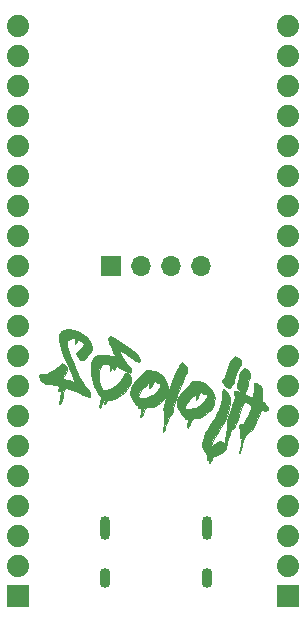
<source format=gbr>
G04 #@! TF.GenerationSoftware,KiCad,Pcbnew,5.1.5+dfsg1-2build2*
G04 #@! TF.CreationDate,2020-09-11T18:15:35+01:00*
G04 #@! TF.ProjectId,lhc_tijolo32_board,6c68635f-7469-46a6-9f6c-6f33325f626f,rev?*
G04 #@! TF.SameCoordinates,Original*
G04 #@! TF.FileFunction,Copper,L2,Bot*
G04 #@! TF.FilePolarity,Positive*
%FSLAX46Y46*%
G04 Gerber Fmt 4.6, Leading zero omitted, Abs format (unit mm)*
G04 Created by KiCad (PCBNEW 5.1.5+dfsg1-2build2) date 2020-09-11 18:15:35*
%MOMM*%
%LPD*%
G04 APERTURE LIST*
%ADD10C,0.010000*%
%ADD11R,1.879600X1.879600*%
%ADD12C,1.879600*%
%ADD13O,0.900000X2.000000*%
%ADD14O,0.900000X1.700000*%
%ADD15R,1.700000X1.700000*%
%ADD16O,1.700000X1.700000*%
G04 APERTURE END LIST*
D10*
G36*
X130277939Y-98103968D02*
G01*
X130158958Y-98200128D01*
X130036635Y-98333870D01*
X129932781Y-98483491D01*
X129908712Y-98527785D01*
X129865077Y-98634144D01*
X129805333Y-98806625D01*
X129737200Y-99021777D01*
X129668401Y-99256150D01*
X129665435Y-99266694D01*
X129591054Y-99520758D01*
X129529739Y-99700667D01*
X129474488Y-99822663D01*
X129418297Y-99902986D01*
X129373298Y-99944152D01*
X129282548Y-100036676D01*
X129268577Y-100130627D01*
X129273521Y-100151970D01*
X129366557Y-100355130D01*
X129515399Y-100541188D01*
X129659227Y-100653522D01*
X129776018Y-100718395D01*
X129847082Y-100738803D01*
X129910889Y-100717122D01*
X129979226Y-100673275D01*
X130048471Y-100614958D01*
X130109455Y-100530501D01*
X130168039Y-100405995D01*
X130230084Y-100227529D01*
X130301453Y-99981191D01*
X130354297Y-99783140D01*
X130435354Y-99500085D01*
X130516055Y-99282394D01*
X130607265Y-99103677D01*
X130679931Y-98992226D01*
X130775748Y-98842036D01*
X130843665Y-98707843D01*
X130868616Y-98620901D01*
X130832814Y-98474910D01*
X130740421Y-98321606D01*
X130613953Y-98186089D01*
X130475927Y-98093456D01*
X130371762Y-98067091D01*
X130277939Y-98103968D01*
G37*
X130277939Y-98103968D02*
X130158958Y-98200128D01*
X130036635Y-98333870D01*
X129932781Y-98483491D01*
X129908712Y-98527785D01*
X129865077Y-98634144D01*
X129805333Y-98806625D01*
X129737200Y-99021777D01*
X129668401Y-99256150D01*
X129665435Y-99266694D01*
X129591054Y-99520758D01*
X129529739Y-99700667D01*
X129474488Y-99822663D01*
X129418297Y-99902986D01*
X129373298Y-99944152D01*
X129282548Y-100036676D01*
X129268577Y-100130627D01*
X129273521Y-100151970D01*
X129366557Y-100355130D01*
X129515399Y-100541188D01*
X129659227Y-100653522D01*
X129776018Y-100718395D01*
X129847082Y-100738803D01*
X129910889Y-100717122D01*
X129979226Y-100673275D01*
X130048471Y-100614958D01*
X130109455Y-100530501D01*
X130168039Y-100405995D01*
X130230084Y-100227529D01*
X130301453Y-99981191D01*
X130354297Y-99783140D01*
X130435354Y-99500085D01*
X130516055Y-99282394D01*
X130607265Y-99103677D01*
X130679931Y-98992226D01*
X130775748Y-98842036D01*
X130843665Y-98707843D01*
X130868616Y-98620901D01*
X130832814Y-98474910D01*
X130740421Y-98321606D01*
X130613953Y-98186089D01*
X130475927Y-98093456D01*
X130371762Y-98067091D01*
X130277939Y-98103968D01*
G36*
X115851223Y-95822564D02*
G01*
X115661098Y-95933458D01*
X115623288Y-95970990D01*
X115544556Y-96106405D01*
X115486288Y-96296910D01*
X115456598Y-96505971D01*
X115462931Y-96692893D01*
X115534080Y-97027366D01*
X115653090Y-97435775D01*
X115817986Y-97912615D01*
X116026795Y-98452382D01*
X116277539Y-99049569D01*
X116441619Y-99420549D01*
X116554835Y-99675883D01*
X116651598Y-99901256D01*
X116726439Y-100083321D01*
X116773887Y-100208735D01*
X116788472Y-100264153D01*
X116787884Y-100265359D01*
X116739235Y-100255952D01*
X116622349Y-100219568D01*
X116459406Y-100164211D01*
X116272585Y-100097884D01*
X116084065Y-100028589D01*
X115916025Y-99964330D01*
X115790645Y-99913109D01*
X115732019Y-99884368D01*
X115750230Y-99845708D01*
X115817366Y-99761393D01*
X115872457Y-99699910D01*
X116048046Y-99471759D01*
X116130099Y-99261604D01*
X116119031Y-99062133D01*
X116015261Y-98866034D01*
X115925783Y-98763958D01*
X115825403Y-98680537D01*
X115730755Y-98652846D01*
X115626651Y-98685878D01*
X115497899Y-98784626D01*
X115329312Y-98954084D01*
X115321252Y-98962696D01*
X115023846Y-99232673D01*
X114714661Y-99421518D01*
X114401562Y-99525159D01*
X114197024Y-99544909D01*
X113989921Y-99550943D01*
X113862169Y-99574422D01*
X113795934Y-99623408D01*
X113773379Y-99705968D01*
X113772462Y-99736871D01*
X113819351Y-99947083D01*
X113953189Y-100148646D01*
X114067532Y-100255227D01*
X114192805Y-100334547D01*
X114333468Y-100370124D01*
X114472267Y-100376440D01*
X114659190Y-100385321D01*
X114836845Y-100407437D01*
X114895924Y-100419665D01*
X115060114Y-100460613D01*
X115242521Y-100505674D01*
X115270815Y-100512618D01*
X115396863Y-100547520D01*
X115448505Y-100585938D01*
X115446187Y-100653492D01*
X115429565Y-100711542D01*
X115394358Y-100881714D01*
X115402332Y-100990275D01*
X115443182Y-101029966D01*
X115506604Y-100993532D01*
X115582295Y-100873714D01*
X115600933Y-100832236D01*
X115652560Y-100721933D01*
X115690204Y-100662542D01*
X115699055Y-100659054D01*
X115696956Y-100708401D01*
X115678210Y-100829751D01*
X115645981Y-101004658D01*
X115604954Y-101207455D01*
X115539333Y-101527195D01*
X115494342Y-101767039D01*
X115468890Y-101937140D01*
X115461892Y-102047655D01*
X115472258Y-102108740D01*
X115498900Y-102130549D01*
X115505997Y-102131091D01*
X115544722Y-102086107D01*
X115599146Y-101953200D01*
X115668196Y-101735442D01*
X115750800Y-101435901D01*
X115756178Y-101415341D01*
X115827056Y-101147085D01*
X115880757Y-100956471D01*
X115922397Y-100831211D01*
X115957094Y-100759020D01*
X115989964Y-100727614D01*
X116026125Y-100724706D01*
X116042195Y-100728634D01*
X116152799Y-100766827D01*
X116329966Y-100834478D01*
X116552464Y-100922832D01*
X116799061Y-101023134D01*
X117048527Y-101126626D01*
X117279628Y-101224554D01*
X117471134Y-101308162D01*
X117601812Y-101368694D01*
X117631610Y-101384102D01*
X117811335Y-101463750D01*
X117963961Y-101494705D01*
X118070625Y-101475466D01*
X118110343Y-101422206D01*
X118112864Y-101251072D01*
X118043733Y-101066776D01*
X117897264Y-100857158D01*
X117788224Y-100733659D01*
X117588805Y-100490226D01*
X117387063Y-100182633D01*
X117178702Y-99803343D01*
X116959426Y-99344820D01*
X116834273Y-99060000D01*
X116689331Y-98710635D01*
X116550395Y-98355413D01*
X116422755Y-98009610D01*
X116311700Y-97688501D01*
X116222521Y-97407363D01*
X116160507Y-97181470D01*
X116131373Y-97030157D01*
X116120094Y-96880140D01*
X116134605Y-96786107D01*
X116185285Y-96712836D01*
X116239869Y-96661998D01*
X116414564Y-96561809D01*
X116535407Y-96543091D01*
X116701734Y-96551624D01*
X116790119Y-96589576D01*
X116819634Y-96675483D01*
X116811366Y-96811286D01*
X116799423Y-96938618D01*
X116807529Y-96990728D01*
X116840833Y-96983675D01*
X116861736Y-96968379D01*
X116933539Y-96877256D01*
X116968023Y-96795197D01*
X117009676Y-96709537D01*
X117052946Y-96681637D01*
X117145966Y-96704485D01*
X117276824Y-96761111D01*
X117411617Y-96833630D01*
X117516444Y-96904161D01*
X117555853Y-96946903D01*
X117543938Y-97040154D01*
X117455407Y-97174946D01*
X117296073Y-97343246D01*
X117216041Y-97416194D01*
X117050277Y-97572503D01*
X116954595Y-97694451D01*
X116919131Y-97800760D01*
X116934021Y-97910153D01*
X116942592Y-97935190D01*
X117009740Y-98071161D01*
X117104612Y-98215048D01*
X117121110Y-98236162D01*
X117231152Y-98346905D01*
X117340774Y-98393013D01*
X117463116Y-98371588D01*
X117611318Y-98279735D01*
X117798520Y-98114555D01*
X117835512Y-98078637D01*
X118000397Y-97909031D01*
X118107742Y-97774650D01*
X118174460Y-97650921D01*
X118213449Y-97529557D01*
X118242197Y-97286098D01*
X118197955Y-97045081D01*
X118075805Y-96785877D01*
X118012094Y-96684562D01*
X117816269Y-96447529D01*
X117569971Y-96238697D01*
X117287826Y-96062434D01*
X116984456Y-95923110D01*
X116674486Y-95825092D01*
X116372541Y-95772749D01*
X116093245Y-95770450D01*
X115851223Y-95822564D01*
G37*
X115851223Y-95822564D02*
X115661098Y-95933458D01*
X115623288Y-95970990D01*
X115544556Y-96106405D01*
X115486288Y-96296910D01*
X115456598Y-96505971D01*
X115462931Y-96692893D01*
X115534080Y-97027366D01*
X115653090Y-97435775D01*
X115817986Y-97912615D01*
X116026795Y-98452382D01*
X116277539Y-99049569D01*
X116441619Y-99420549D01*
X116554835Y-99675883D01*
X116651598Y-99901256D01*
X116726439Y-100083321D01*
X116773887Y-100208735D01*
X116788472Y-100264153D01*
X116787884Y-100265359D01*
X116739235Y-100255952D01*
X116622349Y-100219568D01*
X116459406Y-100164211D01*
X116272585Y-100097884D01*
X116084065Y-100028589D01*
X115916025Y-99964330D01*
X115790645Y-99913109D01*
X115732019Y-99884368D01*
X115750230Y-99845708D01*
X115817366Y-99761393D01*
X115872457Y-99699910D01*
X116048046Y-99471759D01*
X116130099Y-99261604D01*
X116119031Y-99062133D01*
X116015261Y-98866034D01*
X115925783Y-98763958D01*
X115825403Y-98680537D01*
X115730755Y-98652846D01*
X115626651Y-98685878D01*
X115497899Y-98784626D01*
X115329312Y-98954084D01*
X115321252Y-98962696D01*
X115023846Y-99232673D01*
X114714661Y-99421518D01*
X114401562Y-99525159D01*
X114197024Y-99544909D01*
X113989921Y-99550943D01*
X113862169Y-99574422D01*
X113795934Y-99623408D01*
X113773379Y-99705968D01*
X113772462Y-99736871D01*
X113819351Y-99947083D01*
X113953189Y-100148646D01*
X114067532Y-100255227D01*
X114192805Y-100334547D01*
X114333468Y-100370124D01*
X114472267Y-100376440D01*
X114659190Y-100385321D01*
X114836845Y-100407437D01*
X114895924Y-100419665D01*
X115060114Y-100460613D01*
X115242521Y-100505674D01*
X115270815Y-100512618D01*
X115396863Y-100547520D01*
X115448505Y-100585938D01*
X115446187Y-100653492D01*
X115429565Y-100711542D01*
X115394358Y-100881714D01*
X115402332Y-100990275D01*
X115443182Y-101029966D01*
X115506604Y-100993532D01*
X115582295Y-100873714D01*
X115600933Y-100832236D01*
X115652560Y-100721933D01*
X115690204Y-100662542D01*
X115699055Y-100659054D01*
X115696956Y-100708401D01*
X115678210Y-100829751D01*
X115645981Y-101004658D01*
X115604954Y-101207455D01*
X115539333Y-101527195D01*
X115494342Y-101767039D01*
X115468890Y-101937140D01*
X115461892Y-102047655D01*
X115472258Y-102108740D01*
X115498900Y-102130549D01*
X115505997Y-102131091D01*
X115544722Y-102086107D01*
X115599146Y-101953200D01*
X115668196Y-101735442D01*
X115750800Y-101435901D01*
X115756178Y-101415341D01*
X115827056Y-101147085D01*
X115880757Y-100956471D01*
X115922397Y-100831211D01*
X115957094Y-100759020D01*
X115989964Y-100727614D01*
X116026125Y-100724706D01*
X116042195Y-100728634D01*
X116152799Y-100766827D01*
X116329966Y-100834478D01*
X116552464Y-100922832D01*
X116799061Y-101023134D01*
X117048527Y-101126626D01*
X117279628Y-101224554D01*
X117471134Y-101308162D01*
X117601812Y-101368694D01*
X117631610Y-101384102D01*
X117811335Y-101463750D01*
X117963961Y-101494705D01*
X118070625Y-101475466D01*
X118110343Y-101422206D01*
X118112864Y-101251072D01*
X118043733Y-101066776D01*
X117897264Y-100857158D01*
X117788224Y-100733659D01*
X117588805Y-100490226D01*
X117387063Y-100182633D01*
X117178702Y-99803343D01*
X116959426Y-99344820D01*
X116834273Y-99060000D01*
X116689331Y-98710635D01*
X116550395Y-98355413D01*
X116422755Y-98009610D01*
X116311700Y-97688501D01*
X116222521Y-97407363D01*
X116160507Y-97181470D01*
X116131373Y-97030157D01*
X116120094Y-96880140D01*
X116134605Y-96786107D01*
X116185285Y-96712836D01*
X116239869Y-96661998D01*
X116414564Y-96561809D01*
X116535407Y-96543091D01*
X116701734Y-96551624D01*
X116790119Y-96589576D01*
X116819634Y-96675483D01*
X116811366Y-96811286D01*
X116799423Y-96938618D01*
X116807529Y-96990728D01*
X116840833Y-96983675D01*
X116861736Y-96968379D01*
X116933539Y-96877256D01*
X116968023Y-96795197D01*
X117009676Y-96709537D01*
X117052946Y-96681637D01*
X117145966Y-96704485D01*
X117276824Y-96761111D01*
X117411617Y-96833630D01*
X117516444Y-96904161D01*
X117555853Y-96946903D01*
X117543938Y-97040154D01*
X117455407Y-97174946D01*
X117296073Y-97343246D01*
X117216041Y-97416194D01*
X117050277Y-97572503D01*
X116954595Y-97694451D01*
X116919131Y-97800760D01*
X116934021Y-97910153D01*
X116942592Y-97935190D01*
X117009740Y-98071161D01*
X117104612Y-98215048D01*
X117121110Y-98236162D01*
X117231152Y-98346905D01*
X117340774Y-98393013D01*
X117463116Y-98371588D01*
X117611318Y-98279735D01*
X117798520Y-98114555D01*
X117835512Y-98078637D01*
X118000397Y-97909031D01*
X118107742Y-97774650D01*
X118174460Y-97650921D01*
X118213449Y-97529557D01*
X118242197Y-97286098D01*
X118197955Y-97045081D01*
X118075805Y-96785877D01*
X118012094Y-96684562D01*
X117816269Y-96447529D01*
X117569971Y-96238697D01*
X117287826Y-96062434D01*
X116984456Y-95923110D01*
X116674486Y-95825092D01*
X116372541Y-95772749D01*
X116093245Y-95770450D01*
X115851223Y-95822564D01*
G36*
X119649137Y-96394769D02*
G01*
X119606098Y-96470485D01*
X119594288Y-96526517D01*
X119593344Y-96585023D01*
X119607810Y-96659361D01*
X119642229Y-96762886D01*
X119701145Y-96908955D01*
X119789102Y-97110925D01*
X119910644Y-97382152D01*
X119933445Y-97432722D01*
X120033586Y-97655863D01*
X120118481Y-97847187D01*
X120181445Y-97991458D01*
X120215794Y-98073439D01*
X120220154Y-98086208D01*
X120176853Y-98084103D01*
X120062300Y-98062284D01*
X119899520Y-98025243D01*
X119866020Y-98017096D01*
X119540117Y-97955515D01*
X119224079Y-97929481D01*
X118940286Y-97938819D01*
X118711118Y-97983354D01*
X118609095Y-98026928D01*
X118445072Y-98138264D01*
X118328382Y-98265748D01*
X118244979Y-98432221D01*
X118180815Y-98660521D01*
X118161063Y-98755382D01*
X118140723Y-98974322D01*
X118148150Y-99254864D01*
X118180258Y-99570977D01*
X118233958Y-99896627D01*
X118306163Y-100205781D01*
X118350563Y-100353091D01*
X118430092Y-100559317D01*
X118534783Y-100783672D01*
X118652084Y-101003568D01*
X118769444Y-101196416D01*
X118874310Y-101339627D01*
X118929703Y-101395299D01*
X118978634Y-101455456D01*
X118994862Y-101545853D01*
X118978148Y-101684867D01*
X118928253Y-101890875D01*
X118923029Y-101910041D01*
X118882371Y-102090560D01*
X118862772Y-102247030D01*
X118863929Y-102363242D01*
X118885534Y-102422988D01*
X118927283Y-102410057D01*
X118932352Y-102404382D01*
X118975534Y-102330127D01*
X119037054Y-102196237D01*
X119104151Y-102030634D01*
X119109069Y-102017671D01*
X119192594Y-101820779D01*
X119260790Y-101702562D01*
X119307371Y-101663579D01*
X119326049Y-101704388D01*
X119310538Y-101825547D01*
X119262043Y-102004091D01*
X119260332Y-102074858D01*
X119304370Y-102088088D01*
X119371460Y-102052142D01*
X119438904Y-101975385D01*
X119463230Y-101929963D01*
X119515196Y-101835211D01*
X119584657Y-101783838D01*
X119704927Y-101756418D01*
X119775783Y-101747687D01*
X120119594Y-101668931D01*
X120455315Y-101508395D01*
X120790661Y-101261960D01*
X120938346Y-101126935D01*
X121211298Y-100829656D01*
X121411275Y-100539429D01*
X121535219Y-100264148D01*
X121580074Y-100011709D01*
X121542785Y-99790007D01*
X121492986Y-99694058D01*
X121376651Y-99564065D01*
X121242304Y-99479947D01*
X121117725Y-99457476D01*
X121088425Y-99464362D01*
X121034050Y-99515018D01*
X120954011Y-99625292D01*
X120865284Y-99771701D01*
X120862104Y-99777419D01*
X120672736Y-100070010D01*
X120450880Y-100332430D01*
X120208571Y-100556722D01*
X119957844Y-100734925D01*
X119710731Y-100859083D01*
X119479268Y-100921236D01*
X119275487Y-100913426D01*
X119191093Y-100882516D01*
X119101724Y-100795018D01*
X119014150Y-100634946D01*
X118934477Y-100422002D01*
X118868807Y-100175887D01*
X118823243Y-99916302D01*
X118803889Y-99662948D01*
X118803616Y-99631767D01*
X118827188Y-99294829D01*
X118899117Y-99037136D01*
X119021216Y-98856721D01*
X119195303Y-98751619D01*
X119423192Y-98719866D01*
X119625626Y-98742071D01*
X119711413Y-98764087D01*
X119758200Y-98805181D01*
X119780355Y-98890367D01*
X119791424Y-99030708D01*
X119806846Y-99290909D01*
X119918094Y-99071546D01*
X119984327Y-98948681D01*
X120034770Y-98869076D01*
X120052056Y-98852182D01*
X120059360Y-98892564D01*
X120050215Y-98993619D01*
X120043527Y-99036909D01*
X120035851Y-99170022D01*
X120065985Y-99219957D01*
X120125352Y-99184826D01*
X120200689Y-99071546D01*
X120257026Y-98969302D01*
X120291950Y-98910507D01*
X120294630Y-98906945D01*
X120341906Y-98918535D01*
X120450676Y-98965237D01*
X120598070Y-99035583D01*
X120761222Y-99118106D01*
X120917262Y-99201341D01*
X121043324Y-99273820D01*
X121099385Y-99310478D01*
X121239418Y-99385089D01*
X121380250Y-99429575D01*
X121485159Y-99444088D01*
X121529252Y-99417405D01*
X121538887Y-99326731D01*
X121539000Y-99292285D01*
X121504107Y-99088522D01*
X121394097Y-98879048D01*
X121227699Y-98676241D01*
X121020943Y-98419039D01*
X120813923Y-98094635D01*
X120643954Y-97772874D01*
X120576777Y-97630862D01*
X120529605Y-97526021D01*
X120513231Y-97483008D01*
X120550047Y-97503193D01*
X120652216Y-97570768D01*
X120807322Y-97677225D01*
X121002950Y-97814057D01*
X121196832Y-97951462D01*
X121492862Y-98159619D01*
X121723608Y-98314535D01*
X121899132Y-98421764D01*
X122029491Y-98486861D01*
X122124746Y-98515380D01*
X122194956Y-98512876D01*
X122206847Y-98509153D01*
X122267233Y-98443910D01*
X122273346Y-98326853D01*
X122231973Y-98178270D01*
X122149902Y-98018444D01*
X122033920Y-97867663D01*
X121972229Y-97807954D01*
X121882727Y-97737268D01*
X121728624Y-97623371D01*
X121524834Y-97476708D01*
X121286274Y-97307726D01*
X121027857Y-97126869D01*
X120764499Y-96944584D01*
X120511117Y-96771315D01*
X120282624Y-96617509D01*
X120113661Y-96506346D01*
X119911160Y-96397264D01*
X119754606Y-96359951D01*
X119649137Y-96394769D01*
G37*
X119649137Y-96394769D02*
X119606098Y-96470485D01*
X119594288Y-96526517D01*
X119593344Y-96585023D01*
X119607810Y-96659361D01*
X119642229Y-96762886D01*
X119701145Y-96908955D01*
X119789102Y-97110925D01*
X119910644Y-97382152D01*
X119933445Y-97432722D01*
X120033586Y-97655863D01*
X120118481Y-97847187D01*
X120181445Y-97991458D01*
X120215794Y-98073439D01*
X120220154Y-98086208D01*
X120176853Y-98084103D01*
X120062300Y-98062284D01*
X119899520Y-98025243D01*
X119866020Y-98017096D01*
X119540117Y-97955515D01*
X119224079Y-97929481D01*
X118940286Y-97938819D01*
X118711118Y-97983354D01*
X118609095Y-98026928D01*
X118445072Y-98138264D01*
X118328382Y-98265748D01*
X118244979Y-98432221D01*
X118180815Y-98660521D01*
X118161063Y-98755382D01*
X118140723Y-98974322D01*
X118148150Y-99254864D01*
X118180258Y-99570977D01*
X118233958Y-99896627D01*
X118306163Y-100205781D01*
X118350563Y-100353091D01*
X118430092Y-100559317D01*
X118534783Y-100783672D01*
X118652084Y-101003568D01*
X118769444Y-101196416D01*
X118874310Y-101339627D01*
X118929703Y-101395299D01*
X118978634Y-101455456D01*
X118994862Y-101545853D01*
X118978148Y-101684867D01*
X118928253Y-101890875D01*
X118923029Y-101910041D01*
X118882371Y-102090560D01*
X118862772Y-102247030D01*
X118863929Y-102363242D01*
X118885534Y-102422988D01*
X118927283Y-102410057D01*
X118932352Y-102404382D01*
X118975534Y-102330127D01*
X119037054Y-102196237D01*
X119104151Y-102030634D01*
X119109069Y-102017671D01*
X119192594Y-101820779D01*
X119260790Y-101702562D01*
X119307371Y-101663579D01*
X119326049Y-101704388D01*
X119310538Y-101825547D01*
X119262043Y-102004091D01*
X119260332Y-102074858D01*
X119304370Y-102088088D01*
X119371460Y-102052142D01*
X119438904Y-101975385D01*
X119463230Y-101929963D01*
X119515196Y-101835211D01*
X119584657Y-101783838D01*
X119704927Y-101756418D01*
X119775783Y-101747687D01*
X120119594Y-101668931D01*
X120455315Y-101508395D01*
X120790661Y-101261960D01*
X120938346Y-101126935D01*
X121211298Y-100829656D01*
X121411275Y-100539429D01*
X121535219Y-100264148D01*
X121580074Y-100011709D01*
X121542785Y-99790007D01*
X121492986Y-99694058D01*
X121376651Y-99564065D01*
X121242304Y-99479947D01*
X121117725Y-99457476D01*
X121088425Y-99464362D01*
X121034050Y-99515018D01*
X120954011Y-99625292D01*
X120865284Y-99771701D01*
X120862104Y-99777419D01*
X120672736Y-100070010D01*
X120450880Y-100332430D01*
X120208571Y-100556722D01*
X119957844Y-100734925D01*
X119710731Y-100859083D01*
X119479268Y-100921236D01*
X119275487Y-100913426D01*
X119191093Y-100882516D01*
X119101724Y-100795018D01*
X119014150Y-100634946D01*
X118934477Y-100422002D01*
X118868807Y-100175887D01*
X118823243Y-99916302D01*
X118803889Y-99662948D01*
X118803616Y-99631767D01*
X118827188Y-99294829D01*
X118899117Y-99037136D01*
X119021216Y-98856721D01*
X119195303Y-98751619D01*
X119423192Y-98719866D01*
X119625626Y-98742071D01*
X119711413Y-98764087D01*
X119758200Y-98805181D01*
X119780355Y-98890367D01*
X119791424Y-99030708D01*
X119806846Y-99290909D01*
X119918094Y-99071546D01*
X119984327Y-98948681D01*
X120034770Y-98869076D01*
X120052056Y-98852182D01*
X120059360Y-98892564D01*
X120050215Y-98993619D01*
X120043527Y-99036909D01*
X120035851Y-99170022D01*
X120065985Y-99219957D01*
X120125352Y-99184826D01*
X120200689Y-99071546D01*
X120257026Y-98969302D01*
X120291950Y-98910507D01*
X120294630Y-98906945D01*
X120341906Y-98918535D01*
X120450676Y-98965237D01*
X120598070Y-99035583D01*
X120761222Y-99118106D01*
X120917262Y-99201341D01*
X121043324Y-99273820D01*
X121099385Y-99310478D01*
X121239418Y-99385089D01*
X121380250Y-99429575D01*
X121485159Y-99444088D01*
X121529252Y-99417405D01*
X121538887Y-99326731D01*
X121539000Y-99292285D01*
X121504107Y-99088522D01*
X121394097Y-98879048D01*
X121227699Y-98676241D01*
X121020943Y-98419039D01*
X120813923Y-98094635D01*
X120643954Y-97772874D01*
X120576777Y-97630862D01*
X120529605Y-97526021D01*
X120513231Y-97483008D01*
X120550047Y-97503193D01*
X120652216Y-97570768D01*
X120807322Y-97677225D01*
X121002950Y-97814057D01*
X121196832Y-97951462D01*
X121492862Y-98159619D01*
X121723608Y-98314535D01*
X121899132Y-98421764D01*
X122029491Y-98486861D01*
X122124746Y-98515380D01*
X122194956Y-98512876D01*
X122206847Y-98509153D01*
X122267233Y-98443910D01*
X122273346Y-98326853D01*
X122231973Y-98178270D01*
X122149902Y-98018444D01*
X122033920Y-97867663D01*
X121972229Y-97807954D01*
X121882727Y-97737268D01*
X121728624Y-97623371D01*
X121524834Y-97476708D01*
X121286274Y-97307726D01*
X121027857Y-97126869D01*
X120764499Y-96944584D01*
X120511117Y-96771315D01*
X120282624Y-96617509D01*
X120113661Y-96506346D01*
X119911160Y-96397264D01*
X119754606Y-96359951D01*
X119649137Y-96394769D01*
G36*
X126795414Y-100184472D02*
G01*
X126648844Y-100268891D01*
X126553553Y-100389340D01*
X126453441Y-100519803D01*
X126324191Y-100639245D01*
X126311344Y-100648631D01*
X126165110Y-100772119D01*
X125992285Y-100947639D01*
X125816995Y-101148284D01*
X125663367Y-101347143D01*
X125597817Y-101444458D01*
X125518791Y-101609573D01*
X125472845Y-101812987D01*
X125457416Y-101968573D01*
X125449894Y-102164208D01*
X125463741Y-102308655D01*
X125505799Y-102442063D01*
X125557047Y-102553124D01*
X125665365Y-102734789D01*
X125804854Y-102921762D01*
X125880621Y-103006697D01*
X125988404Y-103130074D01*
X126061380Y-103238425D01*
X126081693Y-103295334D01*
X126116767Y-103362448D01*
X126190892Y-103375263D01*
X126252654Y-103331818D01*
X126320064Y-103287318D01*
X126335116Y-103285637D01*
X126356648Y-103327683D01*
X126361592Y-103440385D01*
X126351191Y-103603584D01*
X126326689Y-103797126D01*
X126291658Y-103989909D01*
X126291577Y-104089195D01*
X126337065Y-104115032D01*
X126411911Y-104059182D01*
X126450135Y-103988795D01*
X126505161Y-103857023D01*
X126565770Y-103690962D01*
X126572084Y-103672395D01*
X126683153Y-103343334D01*
X126973739Y-103318422D01*
X127322533Y-103246955D01*
X127675019Y-103098370D01*
X128007449Y-102884193D01*
X128186720Y-102729653D01*
X128336000Y-102577192D01*
X128431840Y-102449372D01*
X128495804Y-102311653D01*
X128540855Y-102162373D01*
X128607172Y-101846763D01*
X128618901Y-101581360D01*
X128574101Y-101338567D01*
X128562397Y-101310484D01*
X127986420Y-101310484D01*
X127941446Y-101548072D01*
X127817159Y-101792981D01*
X127627735Y-102025735D01*
X127387354Y-102226863D01*
X127263479Y-102303449D01*
X127052097Y-102397828D01*
X126815342Y-102467536D01*
X126577361Y-102509330D01*
X126362299Y-102519964D01*
X126194302Y-102496196D01*
X126117686Y-102457393D01*
X126104302Y-102388695D01*
X126139572Y-102266270D01*
X126214628Y-102111042D01*
X126320598Y-101943935D01*
X126355216Y-101897063D01*
X126444728Y-101791424D01*
X126566741Y-101661874D01*
X126702959Y-101526018D01*
X126835084Y-101401462D01*
X126944819Y-101305813D01*
X127013868Y-101256676D01*
X127023907Y-101253637D01*
X127030172Y-101295287D01*
X127027379Y-101402985D01*
X127019432Y-101513555D01*
X127016081Y-101675382D01*
X127039403Y-101750911D01*
X127085402Y-101741542D01*
X127150083Y-101648670D01*
X127229452Y-101473693D01*
X127244516Y-101434833D01*
X127307295Y-101279127D01*
X127362827Y-101158118D01*
X127398490Y-101098825D01*
X127460174Y-101097901D01*
X127560923Y-101145153D01*
X127587219Y-101162491D01*
X127733621Y-101235599D01*
X127860649Y-101235605D01*
X127952769Y-101225379D01*
X127984265Y-101268975D01*
X127986420Y-101310484D01*
X128562397Y-101310484D01*
X128470834Y-101090788D01*
X128464728Y-101078975D01*
X128278972Y-100788451D01*
X128053858Y-100543299D01*
X127806648Y-100359467D01*
X127576970Y-100258896D01*
X127249152Y-100180790D01*
X126992075Y-100155543D01*
X126795414Y-100184472D01*
G37*
X126795414Y-100184472D02*
X126648844Y-100268891D01*
X126553553Y-100389340D01*
X126453441Y-100519803D01*
X126324191Y-100639245D01*
X126311344Y-100648631D01*
X126165110Y-100772119D01*
X125992285Y-100947639D01*
X125816995Y-101148284D01*
X125663367Y-101347143D01*
X125597817Y-101444458D01*
X125518791Y-101609573D01*
X125472845Y-101812987D01*
X125457416Y-101968573D01*
X125449894Y-102164208D01*
X125463741Y-102308655D01*
X125505799Y-102442063D01*
X125557047Y-102553124D01*
X125665365Y-102734789D01*
X125804854Y-102921762D01*
X125880621Y-103006697D01*
X125988404Y-103130074D01*
X126061380Y-103238425D01*
X126081693Y-103295334D01*
X126116767Y-103362448D01*
X126190892Y-103375263D01*
X126252654Y-103331818D01*
X126320064Y-103287318D01*
X126335116Y-103285637D01*
X126356648Y-103327683D01*
X126361592Y-103440385D01*
X126351191Y-103603584D01*
X126326689Y-103797126D01*
X126291658Y-103989909D01*
X126291577Y-104089195D01*
X126337065Y-104115032D01*
X126411911Y-104059182D01*
X126450135Y-103988795D01*
X126505161Y-103857023D01*
X126565770Y-103690962D01*
X126572084Y-103672395D01*
X126683153Y-103343334D01*
X126973739Y-103318422D01*
X127322533Y-103246955D01*
X127675019Y-103098370D01*
X128007449Y-102884193D01*
X128186720Y-102729653D01*
X128336000Y-102577192D01*
X128431840Y-102449372D01*
X128495804Y-102311653D01*
X128540855Y-102162373D01*
X128607172Y-101846763D01*
X128618901Y-101581360D01*
X128574101Y-101338567D01*
X128562397Y-101310484D01*
X127986420Y-101310484D01*
X127941446Y-101548072D01*
X127817159Y-101792981D01*
X127627735Y-102025735D01*
X127387354Y-102226863D01*
X127263479Y-102303449D01*
X127052097Y-102397828D01*
X126815342Y-102467536D01*
X126577361Y-102509330D01*
X126362299Y-102519964D01*
X126194302Y-102496196D01*
X126117686Y-102457393D01*
X126104302Y-102388695D01*
X126139572Y-102266270D01*
X126214628Y-102111042D01*
X126320598Y-101943935D01*
X126355216Y-101897063D01*
X126444728Y-101791424D01*
X126566741Y-101661874D01*
X126702959Y-101526018D01*
X126835084Y-101401462D01*
X126944819Y-101305813D01*
X127013868Y-101256676D01*
X127023907Y-101253637D01*
X127030172Y-101295287D01*
X127027379Y-101402985D01*
X127019432Y-101513555D01*
X127016081Y-101675382D01*
X127039403Y-101750911D01*
X127085402Y-101741542D01*
X127150083Y-101648670D01*
X127229452Y-101473693D01*
X127244516Y-101434833D01*
X127307295Y-101279127D01*
X127362827Y-101158118D01*
X127398490Y-101098825D01*
X127460174Y-101097901D01*
X127560923Y-101145153D01*
X127587219Y-101162491D01*
X127733621Y-101235599D01*
X127860649Y-101235605D01*
X127952769Y-101225379D01*
X127984265Y-101268975D01*
X127986420Y-101310484D01*
X128562397Y-101310484D01*
X128470834Y-101090788D01*
X128464728Y-101078975D01*
X128278972Y-100788451D01*
X128053858Y-100543299D01*
X127806648Y-100359467D01*
X127576970Y-100258896D01*
X127249152Y-100180790D01*
X126992075Y-100155543D01*
X126795414Y-100184472D01*
G36*
X125804908Y-98591914D02*
G01*
X125741602Y-98655428D01*
X125676753Y-98754801D01*
X125580789Y-98938725D01*
X125454907Y-99204588D01*
X125300307Y-99549774D01*
X125118187Y-99971671D01*
X124909744Y-100467665D01*
X124900781Y-100489236D01*
X124807696Y-100708854D01*
X124730946Y-100881140D01*
X124675451Y-100995805D01*
X124646132Y-101042556D01*
X124644620Y-101025147D01*
X124664144Y-100695425D01*
X124605883Y-100405812D01*
X124026438Y-100405812D01*
X123975965Y-100642281D01*
X123847417Y-100885468D01*
X123655996Y-101114635D01*
X123416903Y-101309049D01*
X123322085Y-101366539D01*
X123166271Y-101437228D01*
X122972350Y-101503565D01*
X122769663Y-101558023D01*
X122587552Y-101593074D01*
X122455359Y-101601190D01*
X122426448Y-101596314D01*
X122325362Y-101577392D01*
X122304332Y-101576202D01*
X122191925Y-101545421D01*
X122155322Y-101457246D01*
X122194348Y-101312343D01*
X122308827Y-101111375D01*
X122493715Y-100861091D01*
X122638278Y-100691983D01*
X122786096Y-100538978D01*
X122920135Y-100417900D01*
X123023358Y-100344568D01*
X123065550Y-100330000D01*
X123074648Y-100371442D01*
X123079510Y-100476864D01*
X123079740Y-100549364D01*
X123087879Y-100681268D01*
X123110910Y-100768151D01*
X123126500Y-100785113D01*
X123166283Y-100753696D01*
X123223795Y-100655583D01*
X123286649Y-100511944D01*
X123287185Y-100510551D01*
X123380434Y-100289997D01*
X123456046Y-100159215D01*
X123513769Y-100118584D01*
X123537381Y-100134218D01*
X123643168Y-100226975D01*
X123782777Y-100289671D01*
X123910114Y-100302101D01*
X123917019Y-100300652D01*
X123997381Y-100293555D01*
X124025184Y-100341663D01*
X124026438Y-100405812D01*
X124605883Y-100405812D01*
X124596293Y-100358144D01*
X124447589Y-100031239D01*
X124224554Y-99732646D01*
X124145499Y-99652576D01*
X123955697Y-99490534D01*
X123770629Y-99381320D01*
X123551940Y-99305801D01*
X123367516Y-99264530D01*
X123068322Y-99228706D01*
X122842830Y-99252706D01*
X122690159Y-99336698D01*
X122639435Y-99403812D01*
X122561539Y-99508409D01*
X122439118Y-99635143D01*
X122350377Y-99713468D01*
X122159823Y-99887160D01*
X121961753Y-100096594D01*
X121781084Y-100313177D01*
X121642736Y-100508318D01*
X121611830Y-100560909D01*
X121559415Y-100701223D01*
X121518511Y-100894446D01*
X121500627Y-101052215D01*
X121493550Y-101248433D01*
X121509266Y-101395210D01*
X121554856Y-101534261D01*
X121598592Y-101629487D01*
X121707922Y-101810888D01*
X121849703Y-101992500D01*
X121922166Y-102067931D01*
X122033031Y-102188144D01*
X122106761Y-102298712D01*
X122125154Y-102356567D01*
X122156101Y-102437285D01*
X122231798Y-102448025D01*
X122309956Y-102399715D01*
X122369709Y-102363923D01*
X122402031Y-102399673D01*
X122407866Y-102512382D01*
X122388158Y-102707467D01*
X122377098Y-102784928D01*
X122354292Y-102961892D01*
X122343148Y-103101573D01*
X122345284Y-103180698D01*
X122348993Y-103189387D01*
X122397486Y-103182107D01*
X122463134Y-103096319D01*
X122539384Y-102943116D01*
X122619681Y-102733592D01*
X122621586Y-102728014D01*
X122726569Y-102419832D01*
X123024227Y-102391107D01*
X123387564Y-102312872D01*
X123750427Y-102153386D01*
X124093696Y-101922063D01*
X124243207Y-101790840D01*
X124368207Y-101678095D01*
X124458771Y-101608967D01*
X124501444Y-101593121D01*
X124501720Y-101605097D01*
X124477918Y-101687557D01*
X124437902Y-101833900D01*
X124388690Y-102018293D01*
X124366150Y-102103995D01*
X124314722Y-102313304D01*
X124289265Y-102461817D01*
X124287532Y-102577162D01*
X124307273Y-102686971D01*
X124316060Y-102719489D01*
X124348214Y-102930068D01*
X124347488Y-103205637D01*
X124340823Y-103296422D01*
X124327876Y-103496594D01*
X124332398Y-103610174D01*
X124354621Y-103641484D01*
X124359369Y-103639426D01*
X124372582Y-103665517D01*
X124361429Y-103762432D01*
X124328361Y-103912178D01*
X124315510Y-103961123D01*
X124271307Y-104146367D01*
X124242403Y-104311415D01*
X124234236Y-104424264D01*
X124235080Y-104434261D01*
X124247434Y-104497649D01*
X124268478Y-104495859D01*
X124308459Y-104420517D01*
X124340867Y-104347818D01*
X124394658Y-104214487D01*
X124466294Y-104022819D01*
X124544776Y-103802727D01*
X124593544Y-103660684D01*
X124681174Y-103417622D01*
X124759950Y-103242251D01*
X124841696Y-103111991D01*
X124936313Y-103006121D01*
X125045705Y-102889202D01*
X125098400Y-102789302D01*
X125113006Y-102664600D01*
X125112617Y-102609837D01*
X125123453Y-102419371D01*
X125164974Y-102189221D01*
X125239663Y-101911518D01*
X125350005Y-101578390D01*
X125411098Y-101415273D01*
X124567462Y-101415273D01*
X124543039Y-101438364D01*
X124518616Y-101415273D01*
X124543039Y-101392182D01*
X124567462Y-101415273D01*
X125411098Y-101415273D01*
X125471638Y-101253637D01*
X124616308Y-101253637D01*
X124598436Y-101291649D01*
X124583744Y-101284424D01*
X124577898Y-101229617D01*
X124583744Y-101222849D01*
X124612783Y-101229188D01*
X124616308Y-101253637D01*
X125471638Y-101253637D01*
X125498482Y-101181968D01*
X125687579Y-100714381D01*
X125781084Y-100491637D01*
X125936891Y-100129582D01*
X126062431Y-99850879D01*
X126159584Y-99651657D01*
X126230232Y-99528050D01*
X126274475Y-99477157D01*
X126306359Y-99415973D01*
X126323899Y-99299277D01*
X126325120Y-99253547D01*
X126288958Y-99048441D01*
X126194615Y-98848772D01*
X126060858Y-98687702D01*
X125968092Y-98622654D01*
X125868321Y-98579342D01*
X125804908Y-98591914D01*
G37*
X125804908Y-98591914D02*
X125741602Y-98655428D01*
X125676753Y-98754801D01*
X125580789Y-98938725D01*
X125454907Y-99204588D01*
X125300307Y-99549774D01*
X125118187Y-99971671D01*
X124909744Y-100467665D01*
X124900781Y-100489236D01*
X124807696Y-100708854D01*
X124730946Y-100881140D01*
X124675451Y-100995805D01*
X124646132Y-101042556D01*
X124644620Y-101025147D01*
X124664144Y-100695425D01*
X124605883Y-100405812D01*
X124026438Y-100405812D01*
X123975965Y-100642281D01*
X123847417Y-100885468D01*
X123655996Y-101114635D01*
X123416903Y-101309049D01*
X123322085Y-101366539D01*
X123166271Y-101437228D01*
X122972350Y-101503565D01*
X122769663Y-101558023D01*
X122587552Y-101593074D01*
X122455359Y-101601190D01*
X122426448Y-101596314D01*
X122325362Y-101577392D01*
X122304332Y-101576202D01*
X122191925Y-101545421D01*
X122155322Y-101457246D01*
X122194348Y-101312343D01*
X122308827Y-101111375D01*
X122493715Y-100861091D01*
X122638278Y-100691983D01*
X122786096Y-100538978D01*
X122920135Y-100417900D01*
X123023358Y-100344568D01*
X123065550Y-100330000D01*
X123074648Y-100371442D01*
X123079510Y-100476864D01*
X123079740Y-100549364D01*
X123087879Y-100681268D01*
X123110910Y-100768151D01*
X123126500Y-100785113D01*
X123166283Y-100753696D01*
X123223795Y-100655583D01*
X123286649Y-100511944D01*
X123287185Y-100510551D01*
X123380434Y-100289997D01*
X123456046Y-100159215D01*
X123513769Y-100118584D01*
X123537381Y-100134218D01*
X123643168Y-100226975D01*
X123782777Y-100289671D01*
X123910114Y-100302101D01*
X123917019Y-100300652D01*
X123997381Y-100293555D01*
X124025184Y-100341663D01*
X124026438Y-100405812D01*
X124605883Y-100405812D01*
X124596293Y-100358144D01*
X124447589Y-100031239D01*
X124224554Y-99732646D01*
X124145499Y-99652576D01*
X123955697Y-99490534D01*
X123770629Y-99381320D01*
X123551940Y-99305801D01*
X123367516Y-99264530D01*
X123068322Y-99228706D01*
X122842830Y-99252706D01*
X122690159Y-99336698D01*
X122639435Y-99403812D01*
X122561539Y-99508409D01*
X122439118Y-99635143D01*
X122350377Y-99713468D01*
X122159823Y-99887160D01*
X121961753Y-100096594D01*
X121781084Y-100313177D01*
X121642736Y-100508318D01*
X121611830Y-100560909D01*
X121559415Y-100701223D01*
X121518511Y-100894446D01*
X121500627Y-101052215D01*
X121493550Y-101248433D01*
X121509266Y-101395210D01*
X121554856Y-101534261D01*
X121598592Y-101629487D01*
X121707922Y-101810888D01*
X121849703Y-101992500D01*
X121922166Y-102067931D01*
X122033031Y-102188144D01*
X122106761Y-102298712D01*
X122125154Y-102356567D01*
X122156101Y-102437285D01*
X122231798Y-102448025D01*
X122309956Y-102399715D01*
X122369709Y-102363923D01*
X122402031Y-102399673D01*
X122407866Y-102512382D01*
X122388158Y-102707467D01*
X122377098Y-102784928D01*
X122354292Y-102961892D01*
X122343148Y-103101573D01*
X122345284Y-103180698D01*
X122348993Y-103189387D01*
X122397486Y-103182107D01*
X122463134Y-103096319D01*
X122539384Y-102943116D01*
X122619681Y-102733592D01*
X122621586Y-102728014D01*
X122726569Y-102419832D01*
X123024227Y-102391107D01*
X123387564Y-102312872D01*
X123750427Y-102153386D01*
X124093696Y-101922063D01*
X124243207Y-101790840D01*
X124368207Y-101678095D01*
X124458771Y-101608967D01*
X124501444Y-101593121D01*
X124501720Y-101605097D01*
X124477918Y-101687557D01*
X124437902Y-101833900D01*
X124388690Y-102018293D01*
X124366150Y-102103995D01*
X124314722Y-102313304D01*
X124289265Y-102461817D01*
X124287532Y-102577162D01*
X124307273Y-102686971D01*
X124316060Y-102719489D01*
X124348214Y-102930068D01*
X124347488Y-103205637D01*
X124340823Y-103296422D01*
X124327876Y-103496594D01*
X124332398Y-103610174D01*
X124354621Y-103641484D01*
X124359369Y-103639426D01*
X124372582Y-103665517D01*
X124361429Y-103762432D01*
X124328361Y-103912178D01*
X124315510Y-103961123D01*
X124271307Y-104146367D01*
X124242403Y-104311415D01*
X124234236Y-104424264D01*
X124235080Y-104434261D01*
X124247434Y-104497649D01*
X124268478Y-104495859D01*
X124308459Y-104420517D01*
X124340867Y-104347818D01*
X124394658Y-104214487D01*
X124466294Y-104022819D01*
X124544776Y-103802727D01*
X124593544Y-103660684D01*
X124681174Y-103417622D01*
X124759950Y-103242251D01*
X124841696Y-103111991D01*
X124936313Y-103006121D01*
X125045705Y-102889202D01*
X125098400Y-102789302D01*
X125113006Y-102664600D01*
X125112617Y-102609837D01*
X125123453Y-102419371D01*
X125164974Y-102189221D01*
X125239663Y-101911518D01*
X125350005Y-101578390D01*
X125411098Y-101415273D01*
X124567462Y-101415273D01*
X124543039Y-101438364D01*
X124518616Y-101415273D01*
X124543039Y-101392182D01*
X124567462Y-101415273D01*
X125411098Y-101415273D01*
X125471638Y-101253637D01*
X124616308Y-101253637D01*
X124598436Y-101291649D01*
X124583744Y-101284424D01*
X124577898Y-101229617D01*
X124583744Y-101222849D01*
X124612783Y-101229188D01*
X124616308Y-101253637D01*
X125471638Y-101253637D01*
X125498482Y-101181968D01*
X125687579Y-100714381D01*
X125781084Y-100491637D01*
X125936891Y-100129582D01*
X126062431Y-99850879D01*
X126159584Y-99651657D01*
X126230232Y-99528050D01*
X126274475Y-99477157D01*
X126306359Y-99415973D01*
X126323899Y-99299277D01*
X126325120Y-99253547D01*
X126288958Y-99048441D01*
X126194615Y-98848772D01*
X126060858Y-98687702D01*
X125968092Y-98622654D01*
X125868321Y-98579342D01*
X125804908Y-98591914D01*
G36*
X130987639Y-99118435D02*
G01*
X130937267Y-99187209D01*
X130872555Y-99326718D01*
X130799660Y-99517388D01*
X130724734Y-99739646D01*
X130653933Y-99973917D01*
X130593412Y-100200629D01*
X130549325Y-100400208D01*
X130527827Y-100553081D01*
X130526693Y-100584382D01*
X130552219Y-100721791D01*
X130639579Y-100859573D01*
X130698356Y-100925017D01*
X130870019Y-101104663D01*
X130686144Y-101042632D01*
X130502815Y-100991021D01*
X130383602Y-100986962D01*
X130308072Y-101031733D01*
X130283059Y-101067855D01*
X130258447Y-101166953D01*
X130293174Y-101298207D01*
X130303628Y-101322663D01*
X130332905Y-101398046D01*
X130345146Y-101470607D01*
X130337598Y-101560287D01*
X130307504Y-101687025D01*
X130252110Y-101870764D01*
X130209360Y-102004899D01*
X130116786Y-102281310D01*
X130006744Y-102591996D01*
X129896739Y-102888142D01*
X129845150Y-103020716D01*
X129737890Y-103310954D01*
X129675211Y-103535981D01*
X129654378Y-103711394D01*
X129672655Y-103852791D01*
X129690362Y-103903455D01*
X129695632Y-103980803D01*
X129683455Y-104127642D01*
X129656252Y-104323031D01*
X129616442Y-104546027D01*
X129615658Y-104550001D01*
X129571703Y-104787680D01*
X129535645Y-105012011D01*
X129511407Y-105196575D01*
X129502922Y-105308666D01*
X129500924Y-105507514D01*
X129391020Y-105394065D01*
X129257418Y-105294022D01*
X129118222Y-105249083D01*
X129001252Y-105265676D01*
X128963062Y-105295176D01*
X128897070Y-105348690D01*
X128778732Y-105427996D01*
X128634419Y-105517293D01*
X128490501Y-105600776D01*
X128373349Y-105662642D01*
X128309333Y-105687089D01*
X128309084Y-105687091D01*
X128287721Y-105649456D01*
X128313788Y-105542554D01*
X128382852Y-105375391D01*
X128490481Y-105156973D01*
X128632241Y-104896307D01*
X128803698Y-104602397D01*
X128996942Y-104289728D01*
X129316085Y-103755788D01*
X129563175Y-103270715D01*
X129741833Y-102824969D01*
X129855683Y-102409008D01*
X129908347Y-102013290D01*
X129913001Y-101877091D01*
X129909576Y-101672135D01*
X129889502Y-101520909D01*
X129844271Y-101385098D01*
X129770693Y-101236282D01*
X129677694Y-101083528D01*
X129581662Y-100958396D01*
X129514006Y-100896001D01*
X129423992Y-100853783D01*
X129357363Y-100860957D01*
X129309865Y-100926612D01*
X129277246Y-101059839D01*
X129255253Y-101269726D01*
X129243585Y-101473959D01*
X129226204Y-101748494D01*
X129199770Y-101960415D01*
X129159001Y-102139404D01*
X129098613Y-102315144D01*
X129089958Y-102337022D01*
X128975865Y-102592331D01*
X128817791Y-102902835D01*
X128627153Y-103247650D01*
X128415367Y-103605891D01*
X128263138Y-103849571D01*
X128035683Y-104230192D01*
X127847710Y-104596029D01*
X127703678Y-104935368D01*
X127608045Y-105236489D01*
X127565270Y-105487677D01*
X127574894Y-105658110D01*
X127632955Y-105829838D01*
X127725265Y-106022388D01*
X127829465Y-106192115D01*
X127882480Y-106258558D01*
X127942254Y-106387095D01*
X127962270Y-106599739D01*
X127962270Y-106600464D01*
X127973795Y-106766841D01*
X128003892Y-106855131D01*
X128045843Y-106861395D01*
X128092930Y-106781698D01*
X128120314Y-106693098D01*
X128146850Y-106593197D01*
X128159162Y-106565649D01*
X128158937Y-106616649D01*
X128147866Y-106752394D01*
X128145065Y-106783909D01*
X128134487Y-106943989D01*
X128141234Y-107032180D01*
X128168817Y-107068029D01*
X128196918Y-107072546D01*
X128263070Y-107027777D01*
X128338733Y-106897366D01*
X128379717Y-106799776D01*
X128442590Y-106648351D01*
X128499225Y-106560597D01*
X128573049Y-106512183D01*
X128687493Y-106478778D01*
X128689217Y-106478367D01*
X128839555Y-106426289D01*
X129021453Y-106340159D01*
X129208989Y-106235203D01*
X129376240Y-106126647D01*
X129497285Y-106029715D01*
X129539619Y-105978873D01*
X129570250Y-105886573D01*
X129599091Y-105741319D01*
X129612469Y-105640909D01*
X129641481Y-105470132D01*
X129692776Y-105255594D01*
X129755874Y-105040551D01*
X129763510Y-105017455D01*
X129829282Y-104816637D01*
X129889931Y-104623429D01*
X129933895Y-104474799D01*
X129938880Y-104456618D01*
X129993756Y-104317420D01*
X130071500Y-104248846D01*
X130104298Y-104238199D01*
X130176396Y-104196102D01*
X130255907Y-104098626D01*
X130345737Y-103939620D01*
X130448793Y-103712935D01*
X130567980Y-103412418D01*
X130706204Y-103031920D01*
X130794369Y-102777637D01*
X130884303Y-102518667D01*
X130966243Y-102289993D01*
X131034748Y-102106228D01*
X131084376Y-101981983D01*
X131109118Y-101932356D01*
X131167935Y-101933776D01*
X131281192Y-101973040D01*
X131422079Y-102036705D01*
X131563787Y-102111328D01*
X131679506Y-102183469D01*
X131742427Y-102239685D01*
X131747034Y-102252196D01*
X131728203Y-102358266D01*
X131675907Y-102523830D01*
X131599666Y-102725442D01*
X131508998Y-102939652D01*
X131413423Y-103143015D01*
X131322461Y-103312081D01*
X131305283Y-103340318D01*
X131173770Y-103542881D01*
X131072293Y-103676118D01*
X130987221Y-103753326D01*
X130904926Y-103787804D01*
X130840704Y-103793637D01*
X130759111Y-103815679D01*
X130723132Y-103889116D01*
X130731195Y-104024912D01*
X130778937Y-104224215D01*
X130810613Y-104420774D01*
X130796613Y-104650111D01*
X130786733Y-104713245D01*
X130762253Y-104869017D01*
X130758218Y-104952825D01*
X130777532Y-104983567D01*
X130823098Y-104980141D01*
X130827566Y-104979055D01*
X130869019Y-104970034D01*
X130895932Y-104975860D01*
X130908121Y-105009772D01*
X130905406Y-105085008D01*
X130887604Y-105214808D01*
X130854531Y-105412411D01*
X130818769Y-105617818D01*
X130781392Y-105835397D01*
X130750734Y-106020157D01*
X130729925Y-106152793D01*
X130722092Y-106213998D01*
X130722089Y-106214334D01*
X130730388Y-106251061D01*
X130755973Y-106210125D01*
X130799816Y-106088708D01*
X130862891Y-105883993D01*
X130946168Y-105593163D01*
X130986212Y-105448974D01*
X131062703Y-105173227D01*
X131120965Y-104972965D01*
X131167405Y-104834294D01*
X131208434Y-104743320D01*
X131250460Y-104686151D01*
X131299892Y-104648894D01*
X131363138Y-104617654D01*
X131371423Y-104613893D01*
X131567049Y-104481770D01*
X131764613Y-104265924D01*
X131958725Y-103974735D01*
X132143990Y-103616584D01*
X132315016Y-103199851D01*
X132356377Y-103083255D01*
X132431655Y-102872138D01*
X132488488Y-102735983D01*
X132534716Y-102660796D01*
X132578180Y-102632580D01*
X132608722Y-102632809D01*
X132717015Y-102645406D01*
X132866037Y-102654834D01*
X132894663Y-102655900D01*
X133027802Y-102650273D01*
X133091309Y-102615615D01*
X133106585Y-102577711D01*
X133106595Y-102439321D01*
X133044907Y-102284601D01*
X132913950Y-102096377D01*
X132871558Y-102044531D01*
X132675924Y-101810536D01*
X132675924Y-101368966D01*
X132663918Y-101067799D01*
X132623605Y-100835701D01*
X132548545Y-100651721D01*
X132432296Y-100494910D01*
X132395540Y-100457000D01*
X132295374Y-100386800D01*
X132175946Y-100339716D01*
X132067320Y-100322601D01*
X131999563Y-100342310D01*
X131990433Y-100364637D01*
X131981143Y-100494530D01*
X131964298Y-100674949D01*
X131942709Y-100880909D01*
X131919188Y-101087422D01*
X131896548Y-101269502D01*
X131877601Y-101402164D01*
X131867991Y-101452439D01*
X131836297Y-101571830D01*
X131479021Y-101404688D01*
X131304081Y-101320873D01*
X131203171Y-101263597D01*
X131161987Y-101219945D01*
X131166227Y-101177004D01*
X131187716Y-101141682D01*
X131231177Y-101052754D01*
X131287259Y-100902918D01*
X131345397Y-100720989D01*
X131358310Y-100676364D01*
X131423100Y-100452552D01*
X131493619Y-100216604D01*
X131554925Y-100018490D01*
X131556544Y-100013408D01*
X131622724Y-99781758D01*
X131646973Y-99611796D01*
X131626348Y-99480523D01*
X131557909Y-99364938D01*
X131460516Y-99262385D01*
X131284060Y-99130890D01*
X131123847Y-99082154D01*
X130987639Y-99118435D01*
G37*
X130987639Y-99118435D02*
X130937267Y-99187209D01*
X130872555Y-99326718D01*
X130799660Y-99517388D01*
X130724734Y-99739646D01*
X130653933Y-99973917D01*
X130593412Y-100200629D01*
X130549325Y-100400208D01*
X130527827Y-100553081D01*
X130526693Y-100584382D01*
X130552219Y-100721791D01*
X130639579Y-100859573D01*
X130698356Y-100925017D01*
X130870019Y-101104663D01*
X130686144Y-101042632D01*
X130502815Y-100991021D01*
X130383602Y-100986962D01*
X130308072Y-101031733D01*
X130283059Y-101067855D01*
X130258447Y-101166953D01*
X130293174Y-101298207D01*
X130303628Y-101322663D01*
X130332905Y-101398046D01*
X130345146Y-101470607D01*
X130337598Y-101560287D01*
X130307504Y-101687025D01*
X130252110Y-101870764D01*
X130209360Y-102004899D01*
X130116786Y-102281310D01*
X130006744Y-102591996D01*
X129896739Y-102888142D01*
X129845150Y-103020716D01*
X129737890Y-103310954D01*
X129675211Y-103535981D01*
X129654378Y-103711394D01*
X129672655Y-103852791D01*
X129690362Y-103903455D01*
X129695632Y-103980803D01*
X129683455Y-104127642D01*
X129656252Y-104323031D01*
X129616442Y-104546027D01*
X129615658Y-104550001D01*
X129571703Y-104787680D01*
X129535645Y-105012011D01*
X129511407Y-105196575D01*
X129502922Y-105308666D01*
X129500924Y-105507514D01*
X129391020Y-105394065D01*
X129257418Y-105294022D01*
X129118222Y-105249083D01*
X129001252Y-105265676D01*
X128963062Y-105295176D01*
X128897070Y-105348690D01*
X128778732Y-105427996D01*
X128634419Y-105517293D01*
X128490501Y-105600776D01*
X128373349Y-105662642D01*
X128309333Y-105687089D01*
X128309084Y-105687091D01*
X128287721Y-105649456D01*
X128313788Y-105542554D01*
X128382852Y-105375391D01*
X128490481Y-105156973D01*
X128632241Y-104896307D01*
X128803698Y-104602397D01*
X128996942Y-104289728D01*
X129316085Y-103755788D01*
X129563175Y-103270715D01*
X129741833Y-102824969D01*
X129855683Y-102409008D01*
X129908347Y-102013290D01*
X129913001Y-101877091D01*
X129909576Y-101672135D01*
X129889502Y-101520909D01*
X129844271Y-101385098D01*
X129770693Y-101236282D01*
X129677694Y-101083528D01*
X129581662Y-100958396D01*
X129514006Y-100896001D01*
X129423992Y-100853783D01*
X129357363Y-100860957D01*
X129309865Y-100926612D01*
X129277246Y-101059839D01*
X129255253Y-101269726D01*
X129243585Y-101473959D01*
X129226204Y-101748494D01*
X129199770Y-101960415D01*
X129159001Y-102139404D01*
X129098613Y-102315144D01*
X129089958Y-102337022D01*
X128975865Y-102592331D01*
X128817791Y-102902835D01*
X128627153Y-103247650D01*
X128415367Y-103605891D01*
X128263138Y-103849571D01*
X128035683Y-104230192D01*
X127847710Y-104596029D01*
X127703678Y-104935368D01*
X127608045Y-105236489D01*
X127565270Y-105487677D01*
X127574894Y-105658110D01*
X127632955Y-105829838D01*
X127725265Y-106022388D01*
X127829465Y-106192115D01*
X127882480Y-106258558D01*
X127942254Y-106387095D01*
X127962270Y-106599739D01*
X127962270Y-106600464D01*
X127973795Y-106766841D01*
X128003892Y-106855131D01*
X128045843Y-106861395D01*
X128092930Y-106781698D01*
X128120314Y-106693098D01*
X128146850Y-106593197D01*
X128159162Y-106565649D01*
X128158937Y-106616649D01*
X128147866Y-106752394D01*
X128145065Y-106783909D01*
X128134487Y-106943989D01*
X128141234Y-107032180D01*
X128168817Y-107068029D01*
X128196918Y-107072546D01*
X128263070Y-107027777D01*
X128338733Y-106897366D01*
X128379717Y-106799776D01*
X128442590Y-106648351D01*
X128499225Y-106560597D01*
X128573049Y-106512183D01*
X128687493Y-106478778D01*
X128689217Y-106478367D01*
X128839555Y-106426289D01*
X129021453Y-106340159D01*
X129208989Y-106235203D01*
X129376240Y-106126647D01*
X129497285Y-106029715D01*
X129539619Y-105978873D01*
X129570250Y-105886573D01*
X129599091Y-105741319D01*
X129612469Y-105640909D01*
X129641481Y-105470132D01*
X129692776Y-105255594D01*
X129755874Y-105040551D01*
X129763510Y-105017455D01*
X129829282Y-104816637D01*
X129889931Y-104623429D01*
X129933895Y-104474799D01*
X129938880Y-104456618D01*
X129993756Y-104317420D01*
X130071500Y-104248846D01*
X130104298Y-104238199D01*
X130176396Y-104196102D01*
X130255907Y-104098626D01*
X130345737Y-103939620D01*
X130448793Y-103712935D01*
X130567980Y-103412418D01*
X130706204Y-103031920D01*
X130794369Y-102777637D01*
X130884303Y-102518667D01*
X130966243Y-102289993D01*
X131034748Y-102106228D01*
X131084376Y-101981983D01*
X131109118Y-101932356D01*
X131167935Y-101933776D01*
X131281192Y-101973040D01*
X131422079Y-102036705D01*
X131563787Y-102111328D01*
X131679506Y-102183469D01*
X131742427Y-102239685D01*
X131747034Y-102252196D01*
X131728203Y-102358266D01*
X131675907Y-102523830D01*
X131599666Y-102725442D01*
X131508998Y-102939652D01*
X131413423Y-103143015D01*
X131322461Y-103312081D01*
X131305283Y-103340318D01*
X131173770Y-103542881D01*
X131072293Y-103676118D01*
X130987221Y-103753326D01*
X130904926Y-103787804D01*
X130840704Y-103793637D01*
X130759111Y-103815679D01*
X130723132Y-103889116D01*
X130731195Y-104024912D01*
X130778937Y-104224215D01*
X130810613Y-104420774D01*
X130796613Y-104650111D01*
X130786733Y-104713245D01*
X130762253Y-104869017D01*
X130758218Y-104952825D01*
X130777532Y-104983567D01*
X130823098Y-104980141D01*
X130827566Y-104979055D01*
X130869019Y-104970034D01*
X130895932Y-104975860D01*
X130908121Y-105009772D01*
X130905406Y-105085008D01*
X130887604Y-105214808D01*
X130854531Y-105412411D01*
X130818769Y-105617818D01*
X130781392Y-105835397D01*
X130750734Y-106020157D01*
X130729925Y-106152793D01*
X130722092Y-106213998D01*
X130722089Y-106214334D01*
X130730388Y-106251061D01*
X130755973Y-106210125D01*
X130799816Y-106088708D01*
X130862891Y-105883993D01*
X130946168Y-105593163D01*
X130986212Y-105448974D01*
X131062703Y-105173227D01*
X131120965Y-104972965D01*
X131167405Y-104834294D01*
X131208434Y-104743320D01*
X131250460Y-104686151D01*
X131299892Y-104648894D01*
X131363138Y-104617654D01*
X131371423Y-104613893D01*
X131567049Y-104481770D01*
X131764613Y-104265924D01*
X131958725Y-103974735D01*
X132143990Y-103616584D01*
X132315016Y-103199851D01*
X132356377Y-103083255D01*
X132431655Y-102872138D01*
X132488488Y-102735983D01*
X132534716Y-102660796D01*
X132578180Y-102632580D01*
X132608722Y-102632809D01*
X132717015Y-102645406D01*
X132866037Y-102654834D01*
X132894663Y-102655900D01*
X133027802Y-102650273D01*
X133091309Y-102615615D01*
X133106585Y-102577711D01*
X133106595Y-102439321D01*
X133044907Y-102284601D01*
X132913950Y-102096377D01*
X132871558Y-102044531D01*
X132675924Y-101810536D01*
X132675924Y-101368966D01*
X132663918Y-101067799D01*
X132623605Y-100835701D01*
X132548545Y-100651721D01*
X132432296Y-100494910D01*
X132395540Y-100457000D01*
X132295374Y-100386800D01*
X132175946Y-100339716D01*
X132067320Y-100322601D01*
X131999563Y-100342310D01*
X131990433Y-100364637D01*
X131981143Y-100494530D01*
X131964298Y-100674949D01*
X131942709Y-100880909D01*
X131919188Y-101087422D01*
X131896548Y-101269502D01*
X131877601Y-101402164D01*
X131867991Y-101452439D01*
X131836297Y-101571830D01*
X131479021Y-101404688D01*
X131304081Y-101320873D01*
X131203171Y-101263597D01*
X131161987Y-101219945D01*
X131166227Y-101177004D01*
X131187716Y-101141682D01*
X131231177Y-101052754D01*
X131287259Y-100902918D01*
X131345397Y-100720989D01*
X131358310Y-100676364D01*
X131423100Y-100452552D01*
X131493619Y-100216604D01*
X131554925Y-100018490D01*
X131556544Y-100013408D01*
X131622724Y-99781758D01*
X131646973Y-99611796D01*
X131626348Y-99480523D01*
X131557909Y-99364938D01*
X131460516Y-99262385D01*
X131284060Y-99130890D01*
X131123847Y-99082154D01*
X130987639Y-99118435D01*
D11*
X112014000Y-118364000D03*
D12*
X112014000Y-115824000D03*
X112014000Y-113284000D03*
X112014000Y-110744000D03*
X112014000Y-108204000D03*
X112014000Y-105664000D03*
X112014000Y-103124000D03*
X112014000Y-100584000D03*
X112014000Y-98044000D03*
X112014000Y-95504000D03*
X112014000Y-92964000D03*
X112014000Y-90424000D03*
X112014000Y-87884000D03*
X112014000Y-85344000D03*
X112014000Y-82804000D03*
X112014000Y-80264000D03*
X112014000Y-77724000D03*
X112014000Y-75184000D03*
X112014000Y-72644000D03*
X112014000Y-70104000D03*
X134874000Y-70104000D03*
X134874000Y-72644000D03*
X134874000Y-75184000D03*
X134874000Y-77724000D03*
X134874000Y-80264000D03*
X134874000Y-82804000D03*
X134874000Y-85344000D03*
X134874000Y-87884000D03*
X134874000Y-90424000D03*
X134874000Y-92964000D03*
X134874000Y-95504000D03*
X134874000Y-98044000D03*
X134874000Y-100584000D03*
X134874000Y-103124000D03*
X134874000Y-105664000D03*
X134874000Y-108204000D03*
X134874000Y-110744000D03*
X134874000Y-113284000D03*
X134874000Y-115824000D03*
D11*
X134874000Y-118364000D03*
D13*
X119378000Y-112624000D03*
X128018000Y-112624000D03*
D14*
X119378000Y-116794000D03*
X128018000Y-116794000D03*
D15*
X119888000Y-90424000D03*
D16*
X122428000Y-90424000D03*
X124968000Y-90424000D03*
X127508000Y-90424000D03*
M02*

</source>
